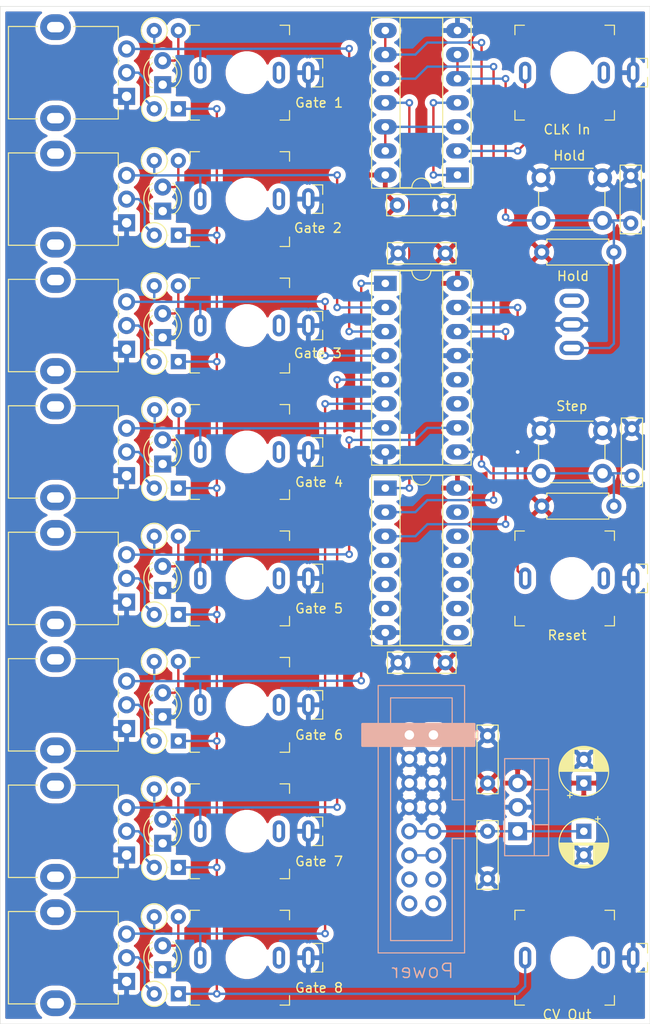
<source format=kicad_pcb>
(kicad_pcb (version 20171130) (host pcbnew "(5.1.9)-1")
  (layers (0 F.Cu signal) (31 B.Cu signal) (34 B.Paste user) (35 F.Paste user) (36 B.SilkS user) (37 F.SilkS user) (38 B.Mask user) (39 F.Mask user) (44 Edge.Cuts user))
  (net 0 "")
  (net 1 GND)
  (net 2 "Net-(C1-Pad1)")
  (net 3 "Net-(C2-Pad1)")
  (net 4 +9V)
  (net 5 "Net-(U1-Pad12)")
  (net 6 "Net-(U1-Pad11)")
  (net 7 HOLD)
  (net 8 STEP)
  (net 9 CLOCK)
  (net 10 "Net-(U2-Pad3)")
  (net 11 -12V)
  (net 12 +12V)
  (net 13 +5V)
  (net 14 "Net-(D1-Pad2)")
  (net 15 "Net-(D2-Pad2)")
  (net 16 "Net-(D3-Pad2)")
  (net 17 "Net-(D4-Pad2)")
  (net 18 "Net-(D5-Pad2)")
  (net 19 "Net-(D6-Pad2)")
  (net 20 "Net-(D7-Pad2)")
  (net 21 "Net-(D8-Pad2)")
  (net 22 RESET)
  (net 23 "Net-(J5-PadT)")
  (net 24 "Net-(J6-PadT)")
  (net 25 "Net-(J7-PadT)")
  (net 26 "Net-(J8-PadT)")
  (net 27 "Net-(J9-PadT)")
  (net 28 "Net-(J10-PadT)")
  (net 29 "Net-(J11-PadT)")
  (net 30 "Net-(J12-PadT)")
  (net 31 "Net-(D9-Pad2)")
  (net 32 "Net-(D10-Pad2)")
  (net 33 "Net-(D11-Pad2)")
  (net 34 "Net-(D12-Pad2)")
  (net 35 "Net-(D13-Pad2)")
  (net 36 "Net-(D14-Pad2)")
  (net 37 "Net-(D15-Pad2)")
  (net 38 "Net-(D16-Pad2)")
  (net 39 CV)
  (module Potentiometer_THT:Potentiometer_Alpha_RD901F-40-00D_Single_Vertical (layer F.Cu) (at 13.335 102.83 180)
    (fp_text reference RV8 hide)
    (fp_text value 500kB hide)
    (pad "" thru_hole oval (at 7.5 -2.3 270) (size 2.72 3.24) (drill oval 1.1 1.8) (layers *.Cu *.Mask))
    (pad "" thru_hole oval (at 7.5 7.3 270) (size 2.72 3.24) (drill oval 1.1 1.8) (layers *.Cu *.Mask))
    (pad 3 thru_hole circle (at 0 5 270) (size 1.8 1.8) (drill 1) (layers *.Cu *.Mask) (net 30 "Net-(J12-PadT)"))
    (pad 2 thru_hole circle (at 0 2.5 270) (size 1.8 1.8) (drill 1) (layers *.Cu *.Mask) (net 21 "Net-(D8-Pad2)"))
    (pad 1 thru_hole rect (at 0 0 270) (size 1.8 1.8) (drill 1) (layers *.Cu *.Mask) (net 1 GND))
  )
  (module Potentiometer_THT:Potentiometer_Alpha_RD901F-40-00D_Single_Vertical (layer F.Cu) (at 13.335 89.495 180)
    (fp_text reference RV7 hide)
    (fp_text value 500kB hide)
    (pad "" thru_hole oval (at 7.5 -2.3 270) (size 2.72 3.24) (drill oval 1.1 1.8) (layers *.Cu *.Mask))
    (pad "" thru_hole oval (at 7.5 7.3 270) (size 2.72 3.24) (drill oval 1.1 1.8) (layers *.Cu *.Mask))
    (pad 3 thru_hole circle (at 0 5 270) (size 1.8 1.8) (drill 1) (layers *.Cu *.Mask) (net 29 "Net-(J11-PadT)"))
    (pad 2 thru_hole circle (at 0 2.5 270) (size 1.8 1.8) (drill 1) (layers *.Cu *.Mask) (net 20 "Net-(D7-Pad2)"))
    (pad 1 thru_hole rect (at 0 0 270) (size 1.8 1.8) (drill 1) (layers *.Cu *.Mask) (net 1 GND))
  )
  (module Potentiometer_THT:Potentiometer_Alpha_RD901F-40-00D_Single_Vertical (layer F.Cu) (at 13.335 76.16 180)
    (fp_text reference RV6 hide)
    (fp_text value 500kB hide)
    (pad "" thru_hole oval (at 7.5 -2.3 270) (size 2.72 3.24) (drill oval 1.1 1.8) (layers *.Cu *.Mask))
    (pad "" thru_hole oval (at 7.5 7.3 270) (size 2.72 3.24) (drill oval 1.1 1.8) (layers *.Cu *.Mask))
    (pad 3 thru_hole circle (at 0 5 270) (size 1.8 1.8) (drill 1) (layers *.Cu *.Mask) (net 28 "Net-(J10-PadT)"))
    (pad 2 thru_hole circle (at 0 2.5 270) (size 1.8 1.8) (drill 1) (layers *.Cu *.Mask) (net 19 "Net-(D6-Pad2)"))
    (pad 1 thru_hole rect (at 0 0 270) (size 1.8 1.8) (drill 1) (layers *.Cu *.Mask) (net 1 GND))
  )
  (module Potentiometer_THT:Potentiometer_Alpha_RD901F-40-00D_Single_Vertical (layer F.Cu) (at 13.335 62.825 180)
    (fp_text reference RV5 hide)
    (fp_text value 500kB hide)
    (pad "" thru_hole oval (at 7.5 -2.3 270) (size 2.72 3.24) (drill oval 1.1 1.8) (layers *.Cu *.Mask))
    (pad "" thru_hole oval (at 7.5 7.3 270) (size 2.72 3.24) (drill oval 1.1 1.8) (layers *.Cu *.Mask))
    (pad 3 thru_hole circle (at 0 5 270) (size 1.8 1.8) (drill 1) (layers *.Cu *.Mask) (net 27 "Net-(J9-PadT)"))
    (pad 2 thru_hole circle (at 0 2.5 270) (size 1.8 1.8) (drill 1) (layers *.Cu *.Mask) (net 18 "Net-(D5-Pad2)"))
    (pad 1 thru_hole rect (at 0 0 270) (size 1.8 1.8) (drill 1) (layers *.Cu *.Mask) (net 1 GND))
  )
  (module Potentiometer_THT:Potentiometer_Alpha_RD901F-40-00D_Single_Vertical (layer F.Cu) (at 13.335 49.49 180)
    (fp_text reference RV4 hide)
    (fp_text value 500kB hide)
    (pad "" thru_hole oval (at 7.5 -2.3 270) (size 2.72 3.24) (drill oval 1.1 1.8) (layers *.Cu *.Mask))
    (pad "" thru_hole oval (at 7.5 7.3 270) (size 2.72 3.24) (drill oval 1.1 1.8) (layers *.Cu *.Mask))
    (pad 3 thru_hole circle (at 0 5 270) (size 1.8 1.8) (drill 1) (layers *.Cu *.Mask) (net 26 "Net-(J8-PadT)"))
    (pad 2 thru_hole circle (at 0 2.5 270) (size 1.8 1.8) (drill 1) (layers *.Cu *.Mask) (net 17 "Net-(D4-Pad2)"))
    (pad 1 thru_hole rect (at 0 0 270) (size 1.8 1.8) (drill 1) (layers *.Cu *.Mask) (net 1 GND))
  )
  (module Potentiometer_THT:Potentiometer_Alpha_RD901F-40-00D_Single_Vertical (layer F.Cu) (at 13.335 36.155 180)
    (fp_text reference RV3 hide)
    (fp_text value 500kB hide)
    (pad "" thru_hole oval (at 7.5 -2.3 270) (size 2.72 3.24) (drill oval 1.1 1.8) (layers *.Cu *.Mask))
    (pad "" thru_hole oval (at 7.5 7.3 270) (size 2.72 3.24) (drill oval 1.1 1.8) (layers *.Cu *.Mask))
    (pad 3 thru_hole circle (at 0 5 270) (size 1.8 1.8) (drill 1) (layers *.Cu *.Mask) (net 25 "Net-(J7-PadT)"))
    (pad 2 thru_hole circle (at 0 2.5 270) (size 1.8 1.8) (drill 1) (layers *.Cu *.Mask) (net 16 "Net-(D3-Pad2)"))
    (pad 1 thru_hole rect (at 0 0 270) (size 1.8 1.8) (drill 1) (layers *.Cu *.Mask) (net 1 GND))
  )
  (module Potentiometer_THT:Potentiometer_Alpha_RD901F-40-00D_Single_Vertical (layer F.Cu) (at 13.335 22.82 180)
    (fp_text reference RV2 hide)
    (fp_text value 500kB hide)
    (pad "" thru_hole oval (at 7.5 -2.3 270) (size 2.72 3.24) (drill oval 1.1 1.8) (layers *.Cu *.Mask))
    (pad "" thru_hole oval (at 7.5 7.3 270) (size 2.72 3.24) (drill oval 1.1 1.8) (layers *.Cu *.Mask))
    (pad 3 thru_hole circle (at 0 5 270) (size 1.8 1.8) (drill 1) (layers *.Cu *.Mask) (net 24 "Net-(J6-PadT)"))
    (pad 2 thru_hole circle (at 0 2.5 270) (size 1.8 1.8) (drill 1) (layers *.Cu *.Mask) (net 15 "Net-(D2-Pad2)"))
    (pad 1 thru_hole rect (at 0 0 270) (size 1.8 1.8) (drill 1) (layers *.Cu *.Mask) (net 1 GND))
  )
  (module Potentiometer_THT:Potentiometer_Alpha_RD901F-40-00D_Single_Vertical (layer F.Cu) (at 13.335 9.485 180)
    (fp_text reference RV1 hide)
    (fp_text value 500kB)
    (pad "" thru_hole oval (at 7.5 -2.3 270) (size 2.72 3.24) (drill oval 1.1 1.8) (layers *.Cu *.Mask))
    (pad "" thru_hole oval (at 7.5 7.3 270) (size 2.72 3.24) (drill oval 1.1 1.8) (layers *.Cu *.Mask))
    (pad 3 thru_hole circle (at 0 5 270) (size 1.8 1.8) (drill 1) (layers *.Cu *.Mask) (net 23 "Net-(J5-PadT)"))
    (pad 2 thru_hole circle (at 0 2.5 270) (size 1.8 1.8) (drill 1) (layers *.Cu *.Mask) (net 14 "Net-(D1-Pad2)"))
    (pad 1 thru_hole rect (at 0 0 270) (size 1.8 1.8) (drill 1) (layers *.Cu *.Mask) (net 1 GND))
  )
  (module Connector_Audio_PJSeries:PJ-301-M-12 (layer F.Cu) (at 26.035 6.985 90)
    (fp_text reference J5 hide)
    (fp_text value "Gate 1" (at -3.175 7.62) (layer F.SilkS))
    (pad T thru_hole oval (at 0 -4.92 90) (size 2.3 1.3) (drill oval 1.5 0.5) (layers *.Cu *.Mask) (net 23 "Net-(J5-PadT)"))
    (pad TN thru_hole oval (at 0 3.38 90) (size 2.3 1.3) (drill oval 1.5 0.5) (layers *.Cu *.Mask))
    (pad S thru_hole oval (at 0 6.48 90) (size 2.3 1.3) (drill oval 1.5 0.5) (layers *.Cu *.Mask) (net 1 GND))
    (pad "" np_thru_hole circle (at 0 0 90) (size 3.5 3.5) (drill 3.5) (layers *.Cu *.Mask))
  )
  (module Connector_Audio_PJSeries:PJ-301-M-12 (layer F.Cu) (at 26.035 100.33 90)
    (fp_text reference J12 hide)
    (fp_text value "Gate 8" (at -3.175 7.62) (layer F.SilkS))
    (pad T thru_hole oval (at 0 -4.92 90) (size 2.3 1.3) (drill oval 1.5 0.5) (layers *.Cu *.Mask) (net 30 "Net-(J12-PadT)"))
    (pad TN thru_hole oval (at 0 3.38 90) (size 2.3 1.3) (drill oval 1.5 0.5) (layers *.Cu *.Mask))
    (pad S thru_hole oval (at 0 6.48 90) (size 2.3 1.3) (drill oval 1.5 0.5) (layers *.Cu *.Mask) (net 1 GND))
    (pad "" np_thru_hole circle (at 0 0 90) (size 3.5 3.5) (drill 3.5) (layers *.Cu *.Mask))
  )
  (module Connector_Audio_PJSeries:PJ-301-M-12 (layer F.Cu) (at 26.035 86.995 90)
    (fp_text reference J11 hide)
    (fp_text value "Gate 7" (at -3.175 7.62) (layer F.SilkS))
    (pad T thru_hole oval (at 0 -4.92 90) (size 2.3 1.3) (drill oval 1.5 0.5) (layers *.Cu *.Mask) (net 29 "Net-(J11-PadT)"))
    (pad TN thru_hole oval (at 0 3.38 90) (size 2.3 1.3) (drill oval 1.5 0.5) (layers *.Cu *.Mask))
    (pad S thru_hole oval (at 0 6.48 90) (size 2.3 1.3) (drill oval 1.5 0.5) (layers *.Cu *.Mask) (net 1 GND))
    (pad "" np_thru_hole circle (at 0 0 90) (size 3.5 3.5) (drill 3.5) (layers *.Cu *.Mask))
  )
  (module Connector_Audio_PJSeries:PJ-301-M-12 (layer F.Cu) (at 26.035 73.66 90)
    (fp_text reference J10 hide)
    (fp_text value "Gate 6" (at -3.175 7.62) (layer F.SilkS))
    (pad T thru_hole oval (at 0 -4.92 90) (size 2.3 1.3) (drill oval 1.5 0.5) (layers *.Cu *.Mask) (net 28 "Net-(J10-PadT)"))
    (pad TN thru_hole oval (at 0 3.38 90) (size 2.3 1.3) (drill oval 1.5 0.5) (layers *.Cu *.Mask))
    (pad S thru_hole oval (at 0 6.48 90) (size 2.3 1.3) (drill oval 1.5 0.5) (layers *.Cu *.Mask) (net 1 GND))
    (pad "" np_thru_hole circle (at 0 0 90) (size 3.5 3.5) (drill 3.5) (layers *.Cu *.Mask))
  )
  (module Connector_Audio_PJSeries:PJ-301-M-12 (layer F.Cu) (at 26.035 60.325 90)
    (fp_text reference J9 hide)
    (fp_text value "Gate 5" (at -3.175 7.62) (layer F.SilkS))
    (pad T thru_hole oval (at 0 -4.92 90) (size 2.3 1.3) (drill oval 1.5 0.5) (layers *.Cu *.Mask) (net 27 "Net-(J9-PadT)"))
    (pad TN thru_hole oval (at 0 3.38 90) (size 2.3 1.3) (drill oval 1.5 0.5) (layers *.Cu *.Mask))
    (pad S thru_hole oval (at 0 6.48 90) (size 2.3 1.3) (drill oval 1.5 0.5) (layers *.Cu *.Mask) (net 1 GND))
    (pad "" np_thru_hole circle (at 0 0 90) (size 3.5 3.5) (drill 3.5) (layers *.Cu *.Mask))
  )
  (module Connector_Audio_PJSeries:PJ-301-M-12 (layer F.Cu) (at 26.035 46.99 90)
    (fp_text reference J8 hide)
    (fp_text value "Gate 4" (at -3.175 7.62) (layer F.SilkS))
    (pad T thru_hole oval (at 0 -4.92 90) (size 2.3 1.3) (drill oval 1.5 0.5) (layers *.Cu *.Mask) (net 26 "Net-(J8-PadT)"))
    (pad TN thru_hole oval (at 0 3.38 90) (size 2.3 1.3) (drill oval 1.5 0.5) (layers *.Cu *.Mask))
    (pad S thru_hole oval (at 0 6.48 90) (size 2.3 1.3) (drill oval 1.5 0.5) (layers *.Cu *.Mask) (net 1 GND))
    (pad "" np_thru_hole circle (at 0 0 90) (size 3.5 3.5) (drill 3.5) (layers *.Cu *.Mask))
  )
  (module Connector_Audio_PJSeries:PJ-301-M-12 (layer F.Cu) (at 26.035 33.655 90)
    (fp_text reference J7 hide)
    (fp_text value "Gate 3" (at -2.921 7.493) (layer F.SilkS))
    (pad T thru_hole oval (at 0 -4.92 90) (size 2.3 1.3) (drill oval 1.5 0.5) (layers *.Cu *.Mask) (net 25 "Net-(J7-PadT)"))
    (pad TN thru_hole oval (at 0 3.38 90) (size 2.3 1.3) (drill oval 1.5 0.5) (layers *.Cu *.Mask))
    (pad S thru_hole oval (at 0 6.48 90) (size 2.3 1.3) (drill oval 1.5 0.5) (layers *.Cu *.Mask) (net 1 GND))
    (pad "" np_thru_hole circle (at 0 0 90) (size 3.5 3.5) (drill 3.5) (layers *.Cu *.Mask))
  )
  (module Connector_Audio_PJSeries:PJ-301-M-12 (layer F.Cu) (at 26.035 20.32 90)
    (fp_text reference J6 hide)
    (fp_text value "Gate 2" (at -3.048 7.493) (layer F.SilkS))
    (pad T thru_hole oval (at 0 -4.92 90) (size 2.3 1.3) (drill oval 1.5 0.5) (layers *.Cu *.Mask) (net 24 "Net-(J6-PadT)"))
    (pad TN thru_hole oval (at 0 3.38 90) (size 2.3 1.3) (drill oval 1.5 0.5) (layers *.Cu *.Mask))
    (pad S thru_hole oval (at 0 6.48 90) (size 2.3 1.3) (drill oval 1.5 0.5) (layers *.Cu *.Mask) (net 1 GND))
    (pad "" np_thru_hole circle (at 0 0 90) (size 3.5 3.5) (drill 3.5) (layers *.Cu *.Mask))
  )
  (module Connector_Audio_PJSeries:PJ-301-M-12 (layer F.Cu) (at 60.325 60.325 90)
    (fp_text reference J4 hide)
    (fp_text value Reset (at -6 -0.5) (layer F.SilkS))
    (pad T thru_hole oval (at 0 -4.92 90) (size 2.3 1.3) (drill oval 1.5 0.5) (layers *.Cu *.Mask) (net 22 RESET))
    (pad TN thru_hole oval (at 0 3.38 90) (size 2.3 1.3) (drill oval 1.5 0.5) (layers *.Cu *.Mask))
    (pad S thru_hole oval (at 0 6.48 90) (size 2.3 1.3) (drill oval 1.5 0.5) (layers *.Cu *.Mask) (net 1 GND))
    (pad "" np_thru_hole circle (at 0 0 90) (size 3.5 3.5) (drill 3.5) (layers *.Cu *.Mask))
  )
  (module Connector_Audio_PJSeries:PJ-301-M-12 (layer F.Cu) (at 60.325 6.985 90)
    (fp_text reference J3 hide)
    (fp_text value "CLK In" (at -6 -0.5) (layer F.SilkS))
    (pad T thru_hole oval (at 0 -4.92 90) (size 2.3 1.3) (drill oval 1.5 0.5) (layers *.Cu *.Mask) (net 9 CLOCK))
    (pad TN thru_hole oval (at 0 3.38 90) (size 2.3 1.3) (drill oval 1.5 0.5) (layers *.Cu *.Mask))
    (pad S thru_hole oval (at 0 6.48 90) (size 2.3 1.3) (drill oval 1.5 0.5) (layers *.Cu *.Mask) (net 1 GND))
    (pad "" np_thru_hole circle (at 0 0 90) (size 3.5 3.5) (drill 3.5) (layers *.Cu *.Mask))
  )
  (module Connector_Audio_PJSeries:PJ-301-M-12 (layer F.Cu) (at 60.325 100.33 90)
    (fp_text reference J2 hide)
    (fp_text value "CV Out" (at -6 -0.5) (layer F.SilkS))
    (pad T thru_hole oval (at 0 -4.92 90) (size 2.3 1.3) (drill oval 1.5 0.5) (layers *.Cu *.Mask) (net 39 CV))
    (pad TN thru_hole oval (at 0 3.38 90) (size 2.3 1.3) (drill oval 1.5 0.5) (layers *.Cu *.Mask))
    (pad S thru_hole oval (at 0 6.48 90) (size 2.3 1.3) (drill oval 1.5 0.5) (layers *.Cu *.Mask) (net 1 GND))
    (pad "" np_thru_hole circle (at 0 0 90) (size 3.5 3.5) (drill 3.5) (layers *.Cu *.Mask))
  )
  (module Diode_THT:D_DO-35_SOD27_P2.54mm_Vertical_KathodeUp (layer F.Cu) (at 18.796 104.14 180)
    (fp_text reference D8 hide)
    (fp_text value 1N4148 hide)
    (pad 2 thru_hole oval (at 2.54 0 180) (size 1.6 1.6) (drill 0.8) (layers *.Cu *.Mask) (net 21 "Net-(D8-Pad2)"))
    (pad 1 thru_hole rect (at 0 0 180) (size 1.6 1.6) (drill 0.8) (layers *.Cu *.Mask) (net 39 CV))
  )
  (module Diode_THT:D_DO-35_SOD27_P2.54mm_Vertical_KathodeUp (layer F.Cu) (at 18.796 90.805 180)
    (fp_text reference D7 hide)
    (fp_text value 1N4148 hide)
    (pad 2 thru_hole oval (at 2.54 0 180) (size 1.6 1.6) (drill 0.8) (layers *.Cu *.Mask) (net 20 "Net-(D7-Pad2)"))
    (pad 1 thru_hole rect (at 0 0 180) (size 1.6 1.6) (drill 0.8) (layers *.Cu *.Mask) (net 39 CV))
  )
  (module Diode_THT:D_DO-35_SOD27_P2.54mm_Vertical_KathodeUp (layer F.Cu) (at 18.796 77.47 180)
    (fp_text reference D6 hide)
    (fp_text value 1N4148 hide)
    (pad 2 thru_hole oval (at 2.54 0 180) (size 1.6 1.6) (drill 0.8) (layers *.Cu *.Mask) (net 19 "Net-(D6-Pad2)"))
    (pad 1 thru_hole rect (at 0 0 180) (size 1.6 1.6) (drill 0.8) (layers *.Cu *.Mask) (net 39 CV))
  )
  (module Diode_THT:D_DO-35_SOD27_P2.54mm_Vertical_KathodeUp (layer F.Cu) (at 18.796 64.135 180)
    (fp_text reference D5 hide)
    (fp_text value 1N4148 hide)
    (pad 2 thru_hole oval (at 2.54 0 180) (size 1.6 1.6) (drill 0.8) (layers *.Cu *.Mask) (net 18 "Net-(D5-Pad2)"))
    (pad 1 thru_hole rect (at 0 0 180) (size 1.6 1.6) (drill 0.8) (layers *.Cu *.Mask) (net 39 CV))
  )
  (module Diode_THT:D_DO-35_SOD27_P2.54mm_Vertical_KathodeUp (layer F.Cu) (at 18.796 50.8 180)
    (fp_text reference D4 hide)
    (fp_text value 1N4148 hide)
    (pad 2 thru_hole oval (at 2.54 0 180) (size 1.6 1.6) (drill 0.8) (layers *.Cu *.Mask) (net 17 "Net-(D4-Pad2)"))
    (pad 1 thru_hole rect (at 0 0 180) (size 1.6 1.6) (drill 0.8) (layers *.Cu *.Mask) (net 39 CV))
  )
  (module Diode_THT:D_DO-35_SOD27_P2.54mm_Vertical_KathodeUp (layer F.Cu) (at 18.796 37.465 180)
    (fp_text reference D3 hide)
    (fp_text value 1N4148 hide)
    (pad 2 thru_hole oval (at 2.54 0 180) (size 1.6 1.6) (drill 0.8) (layers *.Cu *.Mask) (net 16 "Net-(D3-Pad2)"))
    (pad 1 thru_hole rect (at 0 0 180) (size 1.6 1.6) (drill 0.8) (layers *.Cu *.Mask) (net 39 CV))
  )
  (module Diode_THT:D_DO-35_SOD27_P2.54mm_Vertical_KathodeUp (layer F.Cu) (at 18.796 24.13 180)
    (fp_text reference D2 hide)
    (fp_text value 1N4148 hide)
    (pad 2 thru_hole oval (at 2.54 0 180) (size 1.6 1.6) (drill 0.8) (layers *.Cu *.Mask) (net 15 "Net-(D2-Pad2)"))
    (pad 1 thru_hole rect (at 0 0 180) (size 1.6 1.6) (drill 0.8) (layers *.Cu *.Mask) (net 39 CV))
  )
  (module Diode_THT:D_DO-35_SOD27_P2.54mm_Vertical_KathodeUp (layer F.Cu) (at 18.796 10.795 180)
    (fp_text reference D1 hide)
    (fp_text value 1N4148 hide)
    (pad 2 thru_hole oval (at 2.54 0 180) (size 1.6 1.6) (drill 0.8) (layers *.Cu *.Mask) (net 14 "Net-(D1-Pad2)"))
    (pad 1 thru_hole rect (at 0 0 180) (size 1.6 1.6) (drill 0.8) (layers *.Cu *.Mask) (net 39 CV))
  )
  (module Resistor_THT:R_Axial_DIN0207_L6.3mm_D2.5mm_P2.54mm_Vertical (layer F.Cu) (at 16.256 96.012)
    (fp_text reference R10 hide)
    (fp_text value 120R hide)
    (pad 2 thru_hole oval (at 2.54 0) (size 1.6 1.6) (drill 0.8) (layers *.Cu *.Mask) (net 38 "Net-(D16-Pad2)"))
    (pad 1 thru_hole circle (at 0 0) (size 1.6 1.6) (drill 0.8) (layers *.Cu *.Mask) (net 30 "Net-(J12-PadT)"))
  )
  (module Resistor_THT:R_Axial_DIN0207_L6.3mm_D2.5mm_P2.54mm_Vertical (layer F.Cu) (at 16.256 82.55)
    (fp_text reference R9 hide)
    (fp_text value 120R hide)
    (pad 2 thru_hole oval (at 2.54 0) (size 1.6 1.6) (drill 0.8) (layers *.Cu *.Mask) (net 37 "Net-(D15-Pad2)"))
    (pad 1 thru_hole circle (at 0 0) (size 1.6 1.6) (drill 0.8) (layers *.Cu *.Mask) (net 29 "Net-(J11-PadT)"))
  )
  (module Resistor_THT:R_Axial_DIN0207_L6.3mm_D2.5mm_P2.54mm_Vertical (layer F.Cu) (at 16.256 69.088)
    (fp_text reference R8 hide)
    (fp_text value 120R hide)
    (pad 2 thru_hole oval (at 2.54 0) (size 1.6 1.6) (drill 0.8) (layers *.Cu *.Mask) (net 36 "Net-(D14-Pad2)"))
    (pad 1 thru_hole circle (at 0 0) (size 1.6 1.6) (drill 0.8) (layers *.Cu *.Mask) (net 28 "Net-(J10-PadT)"))
  )
  (module Resistor_THT:R_Axial_DIN0207_L6.3mm_D2.5mm_P2.54mm_Vertical (layer F.Cu) (at 16.256 55.88)
    (fp_text reference R7 hide)
    (fp_text value 120R hide)
    (pad 2 thru_hole oval (at 2.54 0) (size 1.6 1.6) (drill 0.8) (layers *.Cu *.Mask) (net 35 "Net-(D13-Pad2)"))
    (pad 1 thru_hole circle (at 0 0) (size 1.6 1.6) (drill 0.8) (layers *.Cu *.Mask) (net 27 "Net-(J9-PadT)"))
  )
  (module Resistor_THT:R_Axial_DIN0207_L6.3mm_D2.5mm_P2.54mm_Vertical (layer F.Cu) (at 16.3 42.545)
    (fp_text reference R6 hide)
    (fp_text value 120R hide)
    (pad 2 thru_hole oval (at 2.54 0) (size 1.6 1.6) (drill 0.8) (layers *.Cu *.Mask) (net 34 "Net-(D12-Pad2)"))
    (pad 1 thru_hole circle (at 0 0) (size 1.6 1.6) (drill 0.8) (layers *.Cu *.Mask) (net 26 "Net-(J8-PadT)"))
  )
  (module Resistor_THT:R_Axial_DIN0207_L6.3mm_D2.5mm_P2.54mm_Vertical (layer F.Cu) (at 16.256 29.464)
    (fp_text reference R5 hide)
    (fp_text value 120R hide)
    (pad 2 thru_hole oval (at 2.54 0) (size 1.6 1.6) (drill 0.8) (layers *.Cu *.Mask) (net 33 "Net-(D11-Pad2)"))
    (pad 1 thru_hole circle (at 0 0) (size 1.6 1.6) (drill 0.8) (layers *.Cu *.Mask) (net 25 "Net-(J7-PadT)"))
  )
  (module Resistor_THT:R_Axial_DIN0207_L6.3mm_D2.5mm_P2.54mm_Vertical (layer F.Cu) (at 16.256 16.256)
    (fp_text reference R4 hide)
    (fp_text value 120R hide)
    (pad 2 thru_hole oval (at 2.54 0) (size 1.6 1.6) (drill 0.8) (layers *.Cu *.Mask) (net 32 "Net-(D10-Pad2)"))
    (pad 1 thru_hole circle (at 0 0) (size 1.6 1.6) (drill 0.8) (layers *.Cu *.Mask) (net 24 "Net-(J6-PadT)"))
  )
  (module Resistor_THT:R_Axial_DIN0207_L6.3mm_D2.5mm_P2.54mm_Vertical (layer F.Cu) (at 16.256 2.54)
    (fp_text reference R3 hide)
    (fp_text value 120R hide)
    (pad 2 thru_hole oval (at 2.54 0) (size 1.6 1.6) (drill 0.8) (layers *.Cu *.Mask) (net 31 "Net-(D9-Pad2)"))
    (pad 1 thru_hole circle (at 0 0) (size 1.6 1.6) (drill 0.8) (layers *.Cu *.Mask) (net 23 "Net-(J5-PadT)"))
  )
  (module Connector_IDC:IDC-Header_2x08_P2.54mm_Vertical (layer B.Cu) (at 45.72 76.835 180)
    (fp_text reference J1)
    (fp_text value Power (at 1.143 -24.892) (layer B.SilkS) (effects (font (size 1.5 1.5)) (justify mirror)))
    (pad 16 thru_hole circle (at 2.54 -17.78 180) (size 1.7 1.7) (drill 1) (layers *.Cu *.Mask))
    (pad 14 thru_hole circle (at 2.54 -15.24 180) (size 1.7 1.7) (drill 1) (layers *.Cu *.Mask))
    (pad 12 thru_hole circle (at 2.54 -12.7 180) (size 1.7 1.7) (drill 1) (layers *.Cu *.Mask) (net 13 +5V))
    (pad 10 thru_hole circle (at 2.54 -10.16 180) (size 1.7 1.7) (drill 1) (layers *.Cu *.Mask) (net 12 +12V))
    (pad 8 thru_hole circle (at 2.54 -7.62 180) (size 1.7 1.7) (drill 1) (layers *.Cu *.Mask) (net 1 GND))
    (pad 6 thru_hole circle (at 2.54 -5.08 180) (size 1.7 1.7) (drill 1) (layers *.Cu *.Mask) (net 1 GND))
    (pad 4 thru_hole circle (at 2.54 -2.54 180) (size 1.7 1.7) (drill 1) (layers *.Cu *.Mask) (net 1 GND))
    (pad 2 thru_hole circle (at 2.54 0 180) (size 1.7 1.7) (drill 1) (layers *.Cu *.Mask) (net 11 -12V))
    (pad 15 thru_hole circle (at 0 -17.78 180) (size 1.7 1.7) (drill 1) (layers *.Cu *.Mask))
    (pad 13 thru_hole circle (at 0 -15.24 180) (size 1.7 1.7) (drill 1) (layers *.Cu *.Mask))
    (pad 11 thru_hole circle (at 0 -12.7 180) (size 1.7 1.7) (drill 1) (layers *.Cu *.Mask) (net 13 +5V))
    (pad 9 thru_hole circle (at 0 -10.16 180) (size 1.7 1.7) (drill 1) (layers *.Cu *.Mask) (net 12 +12V))
    (pad 7 thru_hole circle (at 0 -7.62 180) (size 1.7 1.7) (drill 1) (layers *.Cu *.Mask) (net 1 GND))
    (pad 5 thru_hole circle (at 0 -5.08 180) (size 1.7 1.7) (drill 1) (layers *.Cu *.Mask) (net 1 GND))
    (pad 3 thru_hole circle (at 0 -2.54 180) (size 1.7 1.7) (drill 1) (layers *.Cu *.Mask) (net 1 GND))
    (pad 1 thru_hole roundrect (at 0 0 180) (size 1.7 1.7) (drill 1) (layers *.Cu *.Mask) (roundrect_rratio 0.1470588235294118) (net 11 -12V))
  )
  (module Capacitor_THT:CP_Radial_D5.0mm_P2.50mm (layer F.Cu) (at 61.595 81.915 90)
    (fp_text reference C9)
    (fp_text value 10µF/50V hide)
    (pad 2 thru_hole circle (at 2.5 0 90) (size 1.6 1.6) (drill 0.8) (layers *.Cu *.Mask) (net 1 GND))
    (pad 1 thru_hole rect (at 0 0 90) (size 1.6 1.6) (drill 0.8) (layers *.Cu *.Mask) (net 4 +9V))
  )
  (module Capacitor_THT:CP_Radial_D5.0mm_P2.50mm (layer F.Cu) (at 61.595 86.995 270)
    (fp_text reference C8)
    (fp_text value 10µF/50V hide)
    (pad 2 thru_hole circle (at 2.5 0 270) (size 1.6 1.6) (drill 0.8) (layers *.Cu *.Mask) (net 1 GND))
    (pad 1 thru_hole rect (at 0 0 270) (size 1.6 1.6) (drill 0.8) (layers *.Cu *.Mask) (net 12 +12V))
  )
  (module Package_DIP:DIP-16_W7.62mm_Socket_LongPads (layer F.Cu) (at 40.64 29.21)
    (fp_text reference U3)
    (fp_text value 4017 hide)
    (pad 16 thru_hole oval (at 7.62 0) (size 2.4 1.6) (drill 0.8) (layers *.Cu *.Mask) (net 4 +9V))
    (pad 8 thru_hole oval (at 0 17.78) (size 2.4 1.6) (drill 0.8) (layers *.Cu *.Mask) (net 1 GND))
    (pad 15 thru_hole oval (at 7.62 2.54) (size 2.4 1.6) (drill 0.8) (layers *.Cu *.Mask) (net 22 RESET))
    (pad 7 thru_hole oval (at 0 15.24) (size 2.4 1.6) (drill 0.8) (layers *.Cu *.Mask) (net 26 "Net-(J8-PadT)"))
    (pad 14 thru_hole oval (at 7.62 5.08) (size 2.4 1.6) (drill 0.8) (layers *.Cu *.Mask) (net 10 "Net-(U2-Pad3)"))
    (pad 6 thru_hole oval (at 0 12.7) (size 2.4 1.6) (drill 0.8) (layers *.Cu *.Mask) (net 30 "Net-(J12-PadT)"))
    (pad 13 thru_hole oval (at 7.62 7.62) (size 2.4 1.6) (drill 0.8) (layers *.Cu *.Mask) (net 1 GND))
    (pad 5 thru_hole oval (at 0 10.16) (size 2.4 1.6) (drill 0.8) (layers *.Cu *.Mask) (net 29 "Net-(J11-PadT)"))
    (pad 12 thru_hole oval (at 7.62 10.16) (size 2.4 1.6) (drill 0.8) (layers *.Cu *.Mask))
    (pad 4 thru_hole oval (at 0 7.62) (size 2.4 1.6) (drill 0.8) (layers *.Cu *.Mask) (net 25 "Net-(J7-PadT)"))
    (pad 11 thru_hole oval (at 7.62 12.7) (size 2.4 1.6) (drill 0.8) (layers *.Cu *.Mask))
    (pad 3 thru_hole oval (at 0 5.08) (size 2.4 1.6) (drill 0.8) (layers *.Cu *.Mask) (net 23 "Net-(J5-PadT)"))
    (pad 10 thru_hole oval (at 7.62 15.24) (size 2.4 1.6) (drill 0.8) (layers *.Cu *.Mask) (net 27 "Net-(J9-PadT)"))
    (pad 2 thru_hole oval (at 0 2.54) (size 2.4 1.6) (drill 0.8) (layers *.Cu *.Mask) (net 24 "Net-(J6-PadT)"))
    (pad 9 thru_hole oval (at 7.62 17.78) (size 2.4 1.6) (drill 0.8) (layers *.Cu *.Mask) (net 22 RESET))
    (pad 1 thru_hole rect (at 0 0) (size 2.4 1.6) (drill 0.8) (layers *.Cu *.Mask) (net 28 "Net-(J10-PadT)"))
  )
  (module Capacitor_THT:C_Rect_L7.0mm_W2.0mm_P5.00mm (layer F.Cu) (at 46.99 26.035 180)
    (fp_text reference C7)
    (fp_text value 100nF hide)
    (pad 2 thru_hole circle (at 5 0 180) (size 1.6 1.6) (drill 0.8) (layers *.Cu *.Mask) (net 1 GND))
    (pad 1 thru_hole circle (at 0 0 180) (size 1.6 1.6) (drill 0.8) (layers *.Cu *.Mask) (net 4 +9V))
  )
  (module Capacitor_THT:C_Rect_L7.0mm_W2.0mm_P5.00mm (layer F.Cu) (at 46.99 69.215 180)
    (fp_text reference C6)
    (fp_text value 100nF hide)
    (pad 2 thru_hole circle (at 5 0 180) (size 1.6 1.6) (drill 0.8) (layers *.Cu *.Mask) (net 1 GND))
    (pad 1 thru_hole circle (at 0 0 180) (size 1.6 1.6) (drill 0.8) (layers *.Cu *.Mask) (net 4 +9V))
  )
  (module Capacitor_THT:C_Rect_L7.0mm_W2.0mm_P5.00mm (layer F.Cu) (at 41.91 20.955)
    (fp_text reference C5)
    (fp_text value 100nF hide)
    (pad 2 thru_hole circle (at 5 0) (size 1.6 1.6) (drill 0.8) (layers *.Cu *.Mask) (net 1 GND))
    (pad 1 thru_hole circle (at 0 0) (size 1.6 1.6) (drill 0.8) (layers *.Cu *.Mask) (net 4 +9V))
  )
  (module Package_TO_SOT_THT:TO-220-3_Vertical (layer B.Cu) (at 54.61 86.995 90)
    (fp_text reference U4)
    (fp_text value LM7809_TO220 hide)
    (pad 3 thru_hole oval (at 5.08 0 90) (size 1.905 2) (drill 1.1) (layers *.Cu *.Mask) (net 4 +9V))
    (pad 2 thru_hole oval (at 2.54 0 90) (size 1.905 2) (drill 1.1) (layers *.Cu *.Mask) (net 1 GND))
    (pad 1 thru_hole rect (at 0 0 90) (size 1.905 2) (drill 1.1) (layers *.Cu *.Mask) (net 12 +12V))
  )
  (module Capacitor_THT:C_Rect_L7.0mm_W2.0mm_P5.00mm (layer F.Cu) (at 51.435 81.915 90)
    (fp_text reference C4)
    (fp_text value 100nF hide)
    (pad 2 thru_hole circle (at 5 0 90) (size 1.6 1.6) (drill 0.8) (layers *.Cu *.Mask) (net 1 GND))
    (pad 1 thru_hole circle (at 0 0 90) (size 1.6 1.6) (drill 0.8) (layers *.Cu *.Mask) (net 4 +9V))
  )
  (module Capacitor_THT:C_Rect_L7.0mm_W2.0mm_P5.00mm (layer F.Cu) (at 51.435 86.995 270)
    (fp_text reference C3)
    (fp_text value 100nF hide)
    (pad 2 thru_hole circle (at 5 0 270) (size 1.6 1.6) (drill 0.8) (layers *.Cu *.Mask) (net 1 GND))
    (pad 1 thru_hole circle (at 0 0 270) (size 1.6 1.6) (drill 0.8) (layers *.Cu *.Mask) (net 12 +12V))
  )
  (module LED_THT:LED_D3.0mm (layer F.Cu) (at 17.145 101.6 90)
    (fp_text reference D16)
    (fp_text value LED hide)
    (pad 2 thru_hole circle (at 2.54 0 90) (size 1.8 1.8) (drill 0.9) (layers *.Cu *.Mask) (net 38 "Net-(D16-Pad2)"))
    (pad 1 thru_hole rect (at 0 0 90) (size 1.8 1.8) (drill 0.9) (layers *.Cu *.Mask) (net 1 GND))
  )
  (module LED_THT:LED_D3.0mm (layer F.Cu) (at 17.145 88.265 90)
    (fp_text reference D15)
    (fp_text value LED hide)
    (pad 2 thru_hole circle (at 2.54 0 90) (size 1.8 1.8) (drill 0.9) (layers *.Cu *.Mask) (net 37 "Net-(D15-Pad2)"))
    (pad 1 thru_hole rect (at 0 0 90) (size 1.8 1.8) (drill 0.9) (layers *.Cu *.Mask) (net 1 GND))
  )
  (module LED_THT:LED_D3.0mm (layer F.Cu) (at 17.145 74.93 90)
    (fp_text reference D14)
    (fp_text value LED hide)
    (pad 2 thru_hole circle (at 2.54 0 90) (size 1.8 1.8) (drill 0.9) (layers *.Cu *.Mask) (net 36 "Net-(D14-Pad2)"))
    (pad 1 thru_hole rect (at 0 0 90) (size 1.8 1.8) (drill 0.9) (layers *.Cu *.Mask) (net 1 GND))
  )
  (module LED_THT:LED_D3.0mm (layer F.Cu) (at 17.145 61.595 90)
    (fp_text reference D13)
    (fp_text value LED hide)
    (pad 2 thru_hole circle (at 2.54 0 90) (size 1.8 1.8) (drill 0.9) (layers *.Cu *.Mask) (net 35 "Net-(D13-Pad2)"))
    (pad 1 thru_hole rect (at 0 0 90) (size 1.8 1.8) (drill 0.9) (layers *.Cu *.Mask) (net 1 GND))
  )
  (module LED_THT:LED_D3.0mm (layer F.Cu) (at 17.145 48.26 90)
    (fp_text reference D12)
    (fp_text value LED hide)
    (pad 2 thru_hole circle (at 2.54 0 90) (size 1.8 1.8) (drill 0.9) (layers *.Cu *.Mask) (net 34 "Net-(D12-Pad2)"))
    (pad 1 thru_hole rect (at 0 0 90) (size 1.8 1.8) (drill 0.9) (layers *.Cu *.Mask) (net 1 GND))
  )
  (module LED_THT:LED_D3.0mm (layer F.Cu) (at 17.145 34.925 90)
    (fp_text reference D11)
    (fp_text value LED hide)
    (pad 2 thru_hole circle (at 2.54 0 90) (size 1.8 1.8) (drill 0.9) (layers *.Cu *.Mask) (net 33 "Net-(D11-Pad2)"))
    (pad 1 thru_hole rect (at 0 0 90) (size 1.8 1.8) (drill 0.9) (layers *.Cu *.Mask) (net 1 GND))
  )
  (module LED_THT:LED_D3.0mm (layer F.Cu) (at 17.145 21.59 90)
    (fp_text reference D10)
    (fp_text value LED hide)
    (pad 2 thru_hole circle (at 2.54 0 90) (size 1.8 1.8) (drill 0.9) (layers *.Cu *.Mask) (net 32 "Net-(D10-Pad2)"))
    (pad 1 thru_hole rect (at 0 0 90) (size 1.8 1.8) (drill 0.9) (layers *.Cu *.Mask) (net 1 GND))
  )
  (module LED_THT:LED_D3.0mm (layer F.Cu) (at 17.145 8.255 90)
    (fp_text reference D9)
    (fp_text value LED hide)
    (pad 2 thru_hole circle (at 2.54 0 90) (size 1.8 1.8) (drill 0.9) (layers *.Cu *.Mask) (net 31 "Net-(D9-Pad2)"))
    (pad 1 thru_hole rect (at 0 0 90) (size 1.8 1.8) (drill 0.9) (layers *.Cu *.Mask) (net 1 GND))
  )
  (module Package_DIP:DIP-14_W7.62mm_Socket_LongPads (layer F.Cu) (at 40.64 50.8)
    (fp_text reference U2)
    (fp_text value 4030 hide)
    (pad 14 thru_hole oval (at 7.62 0) (size 2.4 1.6) (drill 0.8) (layers *.Cu *.Mask) (net 4 +9V))
    (pad 7 thru_hole oval (at 0 15.24) (size 2.4 1.6) (drill 0.8) (layers *.Cu *.Mask) (net 1 GND))
    (pad 13 thru_hole oval (at 7.62 2.54) (size 2.4 1.6) (drill 0.8) (layers *.Cu *.Mask))
    (pad 6 thru_hole oval (at 0 12.7) (size 2.4 1.6) (drill 0.8) (layers *.Cu *.Mask))
    (pad 12 thru_hole oval (at 7.62 5.08) (size 2.4 1.6) (drill 0.8) (layers *.Cu *.Mask))
    (pad 5 thru_hole oval (at 0 10.16) (size 2.4 1.6) (drill 0.8) (layers *.Cu *.Mask))
    (pad 11 thru_hole oval (at 7.62 7.62) (size 2.4 1.6) (drill 0.8) (layers *.Cu *.Mask))
    (pad 4 thru_hole oval (at 0 7.62) (size 2.4 1.6) (drill 0.8) (layers *.Cu *.Mask))
    (pad 10 thru_hole oval (at 7.62 10.16) (size 2.4 1.6) (drill 0.8) (layers *.Cu *.Mask))
    (pad 3 thru_hole oval (at 0 5.08) (size 2.4 1.6) (drill 0.8) (layers *.Cu *.Mask) (net 10 "Net-(U2-Pad3)"))
    (pad 9 thru_hole oval (at 7.62 12.7) (size 2.4 1.6) (drill 0.8) (layers *.Cu *.Mask))
    (pad 2 thru_hole oval (at 0 2.54) (size 2.4 1.6) (drill 0.8) (layers *.Cu *.Mask) (net 8 STEP))
    (pad 8 thru_hole oval (at 7.62 15.24) (size 2.4 1.6) (drill 0.8) (layers *.Cu *.Mask))
    (pad 1 thru_hole rect (at 0 0) (size 2.4 1.6) (drill 0.8) (layers *.Cu *.Mask) (net 6 "Net-(U1-Pad11)"))
  )
  (module Package_DIP:DIP-14_W7.62mm_Socket_LongPads (layer F.Cu) (at 48.26 17.78 180)
    (fp_text reference U1)
    (fp_text value 4093 hide)
    (pad 14 thru_hole oval (at 7.62 0 180) (size 2.4 1.6) (drill 0.8) (layers *.Cu *.Mask) (net 4 +9V))
    (pad 7 thru_hole oval (at 0 15.24 180) (size 2.4 1.6) (drill 0.8) (layers *.Cu *.Mask) (net 1 GND))
    (pad 13 thru_hole oval (at 7.62 2.54 180) (size 2.4 1.6) (drill 0.8) (layers *.Cu *.Mask) (net 5 "Net-(U1-Pad12)"))
    (pad 6 thru_hole oval (at 0 12.7 180) (size 2.4 1.6) (drill 0.8) (layers *.Cu *.Mask) (net 2 "Net-(C1-Pad1)"))
    (pad 12 thru_hole oval (at 7.62 5.08 180) (size 2.4 1.6) (drill 0.8) (layers *.Cu *.Mask) (net 5 "Net-(U1-Pad12)"))
    (pad 5 thru_hole oval (at 0 10.16 180) (size 2.4 1.6) (drill 0.8) (layers *.Cu *.Mask) (net 2 "Net-(C1-Pad1)"))
    (pad 11 thru_hole oval (at 7.62 7.62 180) (size 2.4 1.6) (drill 0.8) (layers *.Cu *.Mask) (net 6 "Net-(U1-Pad11)"))
    (pad 4 thru_hole oval (at 0 7.62 180) (size 2.4 1.6) (drill 0.8) (layers *.Cu *.Mask) (net 7 HOLD))
    (pad 10 thru_hole oval (at 7.62 10.16 180) (size 2.4 1.6) (drill 0.8) (layers *.Cu *.Mask) (net 8 STEP))
    (pad 3 thru_hole oval (at 0 5.08 180) (size 2.4 1.6) (drill 0.8) (layers *.Cu *.Mask) (net 5 "Net-(U1-Pad12)"))
    (pad 9 thru_hole oval (at 7.62 12.7 180) (size 2.4 1.6) (drill 0.8) (layers *.Cu *.Mask) (net 3 "Net-(C2-Pad1)"))
    (pad 2 thru_hole oval (at 0 2.54 180) (size 2.4 1.6) (drill 0.8) (layers *.Cu *.Mask) (net 9 CLOCK))
    (pad 8 thru_hole oval (at 7.62 15.24 180) (size 2.4 1.6) (drill 0.8) (layers *.Cu *.Mask) (net 3 "Net-(C2-Pad1)"))
    (pad 1 thru_hole rect (at 0 0 180) (size 2.4 1.6) (drill 0.8) (layers *.Cu *.Mask) (net 7 HOLD))
  )
  (module Button_Switch_THT:SW_PUSH_6mm_H13mm (layer F.Cu) (at 57.075 44.74)
    (fp_text reference SW3)
    (fp_text value Step (at 3.258 -2.587) (layer F.SilkS))
    (pad 1 thru_hole circle (at 6.5 0 90) (size 2 2) (drill 1.1) (layers *.Cu *.Mask) (net 1 GND))
    (pad 2 thru_hole circle (at 6.5 4.5 90) (size 2 2) (drill 1.1) (layers *.Cu *.Mask) (net 3 "Net-(C2-Pad1)"))
    (pad 1 thru_hole circle (at 0 0 90) (size 2 2) (drill 1.1) (layers *.Cu *.Mask) (net 1 GND))
    (pad 2 thru_hole circle (at 0 4.5 90) (size 2 2) (drill 1.1) (layers *.Cu *.Mask) (net 3 "Net-(C2-Pad1)"))
  )
  (module Button_Switch_THT:SW_PUSH_6mm_H13mm (layer F.Cu) (at 57.075 18.07)
    (fp_text reference SW2)
    (fp_text value Hold (at 3.004 -2.333) (layer F.SilkS))
    (pad 1 thru_hole circle (at 6.5 0 90) (size 2 2) (drill 1.1) (layers *.Cu *.Mask) (net 1 GND))
    (pad 2 thru_hole circle (at 6.5 4.5 90) (size 2 2) (drill 1.1) (layers *.Cu *.Mask) (net 2 "Net-(C1-Pad1)"))
    (pad 1 thru_hole circle (at 0 0 90) (size 2 2) (drill 1.1) (layers *.Cu *.Mask) (net 1 GND))
    (pad 2 thru_hole circle (at 0 4.5 90) (size 2 2) (drill 1.1) (layers *.Cu *.Mask) (net 2 "Net-(C1-Pad1)"))
  )
  (module Switches_SMTS:SMTS-1xx-Solder (layer F.Cu) (at 60.325 33.528 90)
    (fp_text reference SW1)
    (fp_text value Hold (at 5.08 0.127 180) (layer F.SilkS))
    (pad 3 thru_hole oval (at 2.5 0 90) (size 1.5 2.6) (drill oval 0.7 1.8) (layers *.Cu *.Mask))
    (pad 2 thru_hole oval (at -2.5 0 90) (size 1.5 2.6) (drill oval 0.7 1.8) (layers *.Cu *.Mask) (net 2 "Net-(C1-Pad1)"))
    (pad 1 thru_hole oval (at 0 0 90) (size 1.5 2.6) (drill oval 0.7 1.8) (layers *.Cu *.Mask) (net 1 GND))
  )
  (module Resistor_THT:R_Axial_DIN0207_L6.3mm_D2.5mm_P7.62mm_Horizontal (layer F.Cu) (at 57.15 52.705)
    (fp_text reference R2)
    (fp_text value 100k hide)
    (pad 2 thru_hole oval (at 7.62 0) (size 1.6 1.6) (drill 0.8) (layers *.Cu *.Mask) (net 3 "Net-(C2-Pad1)"))
    (pad 1 thru_hole circle (at 0 0) (size 1.6 1.6) (drill 0.8) (layers *.Cu *.Mask) (net 4 +9V))
  )
  (module Resistor_THT:R_Axial_DIN0207_L6.3mm_D2.5mm_P7.62mm_Horizontal (layer F.Cu) (at 57.15 25.908)
    (fp_text reference R1)
    (fp_text value 100k hide)
    (pad 2 thru_hole oval (at 7.62 0) (size 1.6 1.6) (drill 0.8) (layers *.Cu *.Mask) (net 2 "Net-(C1-Pad1)"))
    (pad 1 thru_hole circle (at 0 0) (size 1.6 1.6) (drill 0.8) (layers *.Cu *.Mask) (net 4 +9V))
  )
  (module Capacitor_THT:C_Rect_L7.0mm_W2.0mm_P5.00mm (layer F.Cu) (at 66.675 49.53 90)
    (fp_text reference C2)
    (fp_text value 100nF hide)
    (pad 2 thru_hole circle (at 5 0 90) (size 1.6 1.6) (drill 0.8) (layers *.Cu *.Mask) (net 1 GND))
    (pad 1 thru_hole circle (at 0 0 90) (size 1.6 1.6) (drill 0.8) (layers *.Cu *.Mask) (net 3 "Net-(C2-Pad1)"))
  )
  (module Capacitor_THT:C_Rect_L7.0mm_W2.0mm_P5.00mm (layer F.Cu) (at 66.548 22.86 90)
    (fp_text reference C1)
    (fp_text value 100nF hide)
    (pad 2 thru_hole circle (at 5 0 90) (size 1.6 1.6) (drill 0.8) (layers *.Cu *.Mask) (net 1 GND))
    (pad 1 thru_hole circle (at 0 0 90) (size 1.6 1.6) (drill 0.8) (layers *.Cu *.Mask) (net 2 "Net-(C1-Pad1)"))
  )
  (gr_line (start 68.58 0) (end 68.58 107.315) (layer Edge.Cuts) (width 0.05))
  (gr_line (start 0 0) (end 68.58 0) (layer Edge.Cuts) (width 0.05))
  (gr_line (start 0 107.315) (end 0 0) (layer Edge.Cuts) (width 0.05))
  (gr_line (start 68.58 107.315) (end 0 107.315) (layer Edge.Cuts) (width 0.05))
  (segment (start 48.26 7.62) (end 48.26 5.08) (width 0.25) (layer F.Cu) (net 2))
  (segment (start 48.26 7.62) (end 50.8 7.62) (width 0.25) (layer B.Cu) (net 2))
  (segment (start 50.8 7.62) (end 53.34 7.62) (width 0.25) (layer B.Cu) (net 2))
  (segment (start 53.34 7.62) (end 53.34 7.62) (width 0.25) (layer B.Cu) (net 2))
  (via (at 53.34 7.62) (size 0.8) (drill 0.4) (layers F.Cu B.Cu) (net 2))
  (segment (start 53.34 7.62) (end 53.34 22.225) (width 0.25) (layer F.Cu) (net 2))
  (segment (start 53.34 22.225) (end 53.34 22.225) (width 0.25) (layer F.Cu) (net 2))
  (via (at 53.34 22.225) (size 0.8) (drill 0.4) (layers F.Cu B.Cu) (net 2))
  (segment (start 53.685 22.57) (end 53.34 22.225) (width 0.25) (layer B.Cu) (net 2))
  (segment (start 57.075 22.57) (end 53.685 22.57) (width 0.25) (layer B.Cu) (net 2))
  (segment (start 57.075 22.57) (end 63.575 22.57) (width 0.25) (layer B.Cu) (net 2))
  (segment (start 66.258 22.57) (end 66.548 22.86) (width 0.25) (layer B.Cu) (net 2))
  (segment (start 64.77 22.86) (end 64.48 22.57) (width 0.25) (layer B.Cu) (net 2))
  (segment (start 64.77 25.908) (end 64.77 22.86) (width 0.25) (layer B.Cu) (net 2))
  (segment (start 64.48 22.57) (end 66.258 22.57) (width 0.25) (layer B.Cu) (net 2))
  (segment (start 63.575 22.57) (end 64.48 22.57) (width 0.25) (layer B.Cu) (net 2))
  (segment (start 60.325 36.028) (end 64.302 36.028) (width 0.25) (layer B.Cu) (net 2))
  (segment (start 64.77 35.56) (end 64.77 25.908) (width 0.25) (layer B.Cu) (net 2))
  (segment (start 64.302 36.028) (end 64.77 35.56) (width 0.25) (layer B.Cu) (net 2))
  (segment (start 40.64 2.54) (end 40.64 5.08) (width 0.25) (layer F.Cu) (net 3))
  (segment (start 40.64 5.08) (end 43.815 5.08) (width 0.25) (layer B.Cu) (net 3))
  (segment (start 43.815 5.08) (end 45.085 3.81) (width 0.25) (layer B.Cu) (net 3))
  (segment (start 45.085 3.81) (end 50.8 3.81) (width 0.25) (layer B.Cu) (net 3))
  (segment (start 50.8 3.81) (end 50.8 3.81) (width 0.25) (layer B.Cu) (net 3))
  (via (at 50.8 3.81) (size 0.8) (drill 0.4) (layers F.Cu B.Cu) (net 3))
  (segment (start 50.8 3.81) (end 50.8 48.26) (width 0.25) (layer F.Cu) (net 3))
  (segment (start 50.8 48.26) (end 50.8 48.26) (width 0.25) (layer F.Cu) (net 3))
  (via (at 50.8 48.26) (size 0.8) (drill 0.4) (layers F.Cu B.Cu) (net 3))
  (segment (start 51.78 49.24) (end 50.8 48.26) (width 0.25) (layer B.Cu) (net 3))
  (segment (start 57.075 49.24) (end 51.78 49.24) (width 0.25) (layer B.Cu) (net 3))
  (segment (start 57.075 49.24) (end 63.575 49.24) (width 0.25) (layer B.Cu) (net 3))
  (segment (start 66.385 49.24) (end 66.675 49.53) (width 0.25) (layer B.Cu) (net 3))
  (segment (start 64.77 52.705) (end 64.77 49.53) (width 0.25) (layer B.Cu) (net 3))
  (segment (start 64.77 49.53) (end 64.48 49.24) (width 0.25) (layer B.Cu) (net 3))
  (segment (start 64.48 49.24) (end 66.385 49.24) (width 0.25) (layer B.Cu) (net 3))
  (segment (start 63.575 49.24) (end 64.48 49.24) (width 0.25) (layer B.Cu) (net 3))
  (segment (start 40.64 12.7) (end 40.64 15.24) (width 0.25) (layer F.Cu) (net 5))
  (segment (start 40.64 12.7) (end 48.26 12.7) (width 0.25) (layer B.Cu) (net 5))
  (segment (start 40.64 50.8) (end 43.18 50.8) (width 0.25) (layer B.Cu) (net 6))
  (segment (start 43.18 50.8) (end 43.18 50.8) (width 0.25) (layer B.Cu) (net 6))
  (via (at 43.18 50.8) (size 0.8) (drill 0.4) (layers F.Cu B.Cu) (net 6))
  (segment (start 43.18 50.8) (end 43.18 10.16) (width 0.25) (layer F.Cu) (net 6))
  (segment (start 43.18 10.16) (end 43.18 10.16) (width 0.25) (layer F.Cu) (net 6))
  (via (at 43.18 10.16) (size 0.8) (drill 0.4) (layers F.Cu B.Cu) (net 6))
  (segment (start 43.18 10.16) (end 40.64 10.16) (width 0.25) (layer B.Cu) (net 6))
  (segment (start 48.26 10.16) (end 45.72 10.16) (width 0.25) (layer B.Cu) (net 7))
  (segment (start 45.72 10.16) (end 45.72 10.16) (width 0.25) (layer B.Cu) (net 7))
  (via (at 45.72 10.16) (size 0.8) (drill 0.4) (layers F.Cu B.Cu) (net 7))
  (segment (start 48.26 17.78) (end 45.72 17.78) (width 0.25) (layer B.Cu) (net 7))
  (segment (start 45.72 17.78) (end 45.72 17.78) (width 0.25) (layer B.Cu) (net 7))
  (via (at 45.72 17.78) (size 0.8) (drill 0.4) (layers F.Cu B.Cu) (net 7))
  (segment (start 45.72 10.16) (end 45.72 17.78) (width 0.25) (layer F.Cu) (net 7))
  (segment (start 40.64 7.62) (end 43.815 7.62) (width 0.25) (layer B.Cu) (net 8))
  (segment (start 43.815 7.62) (end 45.085 6.35) (width 0.25) (layer B.Cu) (net 8))
  (segment (start 45.085 6.35) (end 50.8 6.35) (width 0.25) (layer B.Cu) (net 8))
  (segment (start 50.8 6.35) (end 52.07 6.35) (width 0.25) (layer B.Cu) (net 8))
  (segment (start 52.07 6.35) (end 52.07 6.35) (width 0.25) (layer B.Cu) (net 8))
  (via (at 52.07 6.35) (size 0.8) (drill 0.4) (layers F.Cu B.Cu) (net 8))
  (segment (start 52.07 6.35) (end 52.07 47.62641) (width 0.25) (layer F.Cu) (net 8))
  (segment (start 52.07 47.62641) (end 52.07 52.07) (width 0.25) (layer F.Cu) (net 8))
  (segment (start 52.07 52.07) (end 52.07 52.07) (width 0.25) (layer F.Cu) (net 8))
  (via (at 52.07 52.07) (size 0.8) (drill 0.4) (layers F.Cu B.Cu) (net 8))
  (segment (start 52.07 52.07) (end 45.085 52.07) (width 0.25) (layer B.Cu) (net 8))
  (segment (start 43.815 53.34) (end 40.64 53.34) (width 0.25) (layer B.Cu) (net 8))
  (segment (start 45.085 52.07) (end 43.815 53.34) (width 0.25) (layer B.Cu) (net 8))
  (segment (start 48.26 15.24) (end 50.8 15.24) (width 0.25) (layer B.Cu) (net 9))
  (segment (start 50.8 15.24) (end 54.61 15.24) (width 0.25) (layer B.Cu) (net 9))
  (segment (start 54.61 15.24) (end 54.61 15.24) (width 0.25) (layer B.Cu) (net 9))
  (via (at 54.61 15.24) (size 0.8) (drill 0.4) (layers F.Cu B.Cu) (net 9))
  (segment (start 55.405 14.445) (end 54.61 15.24) (width 0.25) (layer F.Cu) (net 9))
  (segment (start 55.405 6.985) (end 55.405 14.445) (width 0.25) (layer F.Cu) (net 9))
  (segment (start 40.64 55.88) (end 43.815 55.88) (width 0.25) (layer B.Cu) (net 10))
  (segment (start 43.815 55.88) (end 45.085 54.61) (width 0.25) (layer B.Cu) (net 10))
  (segment (start 45.085 54.61) (end 53.34 54.61) (width 0.25) (layer B.Cu) (net 10))
  (segment (start 53.34 54.61) (end 53.34 54.61) (width 0.25) (layer B.Cu) (net 10))
  (via (at 53.34 54.61) (size 0.8) (drill 0.4) (layers F.Cu B.Cu) (net 10))
  (segment (start 53.34 54.61) (end 53.34 34.29) (width 0.25) (layer F.Cu) (net 10))
  (segment (start 53.34 34.29) (end 53.34 34.29) (width 0.25) (layer F.Cu) (net 10))
  (via (at 53.34 34.29) (size 0.8) (drill 0.4) (layers F.Cu B.Cu) (net 10))
  (segment (start 53.34 34.29) (end 48.26 34.29) (width 0.25) (layer B.Cu) (net 10))
  (segment (start 43.18 76.835) (end 45.72 76.835) (width 0.25) (layer B.Cu) (net 11))
  (segment (start 43.18 86.995) (end 45.72 86.995) (width 0.25) (layer B.Cu) (net 12))
  (segment (start 45.72 86.995) (end 51.435 86.995) (width 0.25) (layer B.Cu) (net 12))
  (segment (start 51.435 86.995) (end 54.61 86.995) (width 0.25) (layer B.Cu) (net 12))
  (segment (start 54.61 86.995) (end 61.595 86.995) (width 0.25) (layer B.Cu) (net 12))
  (segment (start 43.18 89.535) (end 45.72 89.535) (width 0.25) (layer B.Cu) (net 13))
  (segment (start 16.256 10.795) (end 15.24 9.779) (width 0.25) (layer B.Cu) (net 14))
  (segment (start 15.24 9.779) (end 15.24 7.62) (width 0.25) (layer B.Cu) (net 14))
  (segment (start 15.24 7.62) (end 14.605 6.985) (width 0.25) (layer B.Cu) (net 14))
  (segment (start 14.605 6.985) (end 13.335 6.985) (width 0.25) (layer B.Cu) (net 14))
  (segment (start 16.256 24.13) (end 15.24 23.114) (width 0.25) (layer B.Cu) (net 15))
  (segment (start 15.24 23.114) (end 15.24 20.955) (width 0.25) (layer B.Cu) (net 15))
  (segment (start 14.605 20.32) (end 13.335 20.32) (width 0.25) (layer B.Cu) (net 15))
  (segment (start 15.24 20.955) (end 14.605 20.32) (width 0.25) (layer B.Cu) (net 15))
  (segment (start 16.256 37.465) (end 15.24 36.449) (width 0.25) (layer B.Cu) (net 16))
  (segment (start 15.24 36.449) (end 15.24 34.29) (width 0.25) (layer B.Cu) (net 16))
  (segment (start 15.24 34.29) (end 14.605 33.655) (width 0.25) (layer B.Cu) (net 16))
  (segment (start 14.605 33.655) (end 13.335 33.655) (width 0.25) (layer B.Cu) (net 16))
  (segment (start 16.256 50.8) (end 15.24 49.784) (width 0.25) (layer B.Cu) (net 17))
  (segment (start 15.24 49.784) (end 15.24 47.625) (width 0.25) (layer B.Cu) (net 17))
  (segment (start 15.24 47.625) (end 14.605 46.99) (width 0.25) (layer B.Cu) (net 17))
  (segment (start 14.605 46.99) (end 13.335 46.99) (width 0.25) (layer B.Cu) (net 17))
  (segment (start 16.256 64.135) (end 15.24 63.119) (width 0.25) (layer B.Cu) (net 18))
  (segment (start 15.24 63.119) (end 15.24 60.96) (width 0.25) (layer B.Cu) (net 18))
  (segment (start 15.24 60.96) (end 14.605 60.325) (width 0.25) (layer B.Cu) (net 18))
  (segment (start 14.605 60.325) (end 13.335 60.325) (width 0.25) (layer B.Cu) (net 18))
  (segment (start 16.256 77.47) (end 15.24 76.454) (width 0.25) (layer B.Cu) (net 19))
  (segment (start 15.24 76.454) (end 15.24 74.295) (width 0.25) (layer B.Cu) (net 19))
  (segment (start 15.24 74.295) (end 14.605 73.66) (width 0.25) (layer B.Cu) (net 19))
  (segment (start 14.605 73.66) (end 13.335 73.66) (width 0.25) (layer B.Cu) (net 19))
  (segment (start 16.256 90.805) (end 15.24 89.789) (width 0.25) (layer B.Cu) (net 20))
  (segment (start 15.24 89.789) (end 15.24 87.63) (width 0.25) (layer B.Cu) (net 20))
  (segment (start 15.24 87.63) (end 14.605 86.995) (width 0.25) (layer B.Cu) (net 20))
  (segment (start 14.605 86.995) (end 13.335 86.995) (width 0.25) (layer B.Cu) (net 20))
  (segment (start 16.256 104.14) (end 15.24 103.124) (width 0.25) (layer B.Cu) (net 21))
  (segment (start 15.24 103.124) (end 15.24 100.965) (width 0.25) (layer B.Cu) (net 21))
  (segment (start 14.565 100.29) (end 13.335 100.29) (width 0.25) (layer B.Cu) (net 21))
  (segment (start 15.24 100.965) (end 14.565 100.29) (width 0.25) (layer B.Cu) (net 21))
  (segment (start 48.26 31.75) (end 54.61 31.75) (width 0.25) (layer B.Cu) (net 22))
  (segment (start 54.61 31.75) (end 54.61 31.75) (width 0.25) (layer B.Cu) (net 22))
  (via (at 54.61 31.75) (size 0.8) (drill 0.4) (layers F.Cu B.Cu) (net 22))
  (segment (start 54.61 59.53) (end 55.405 60.325) (width 0.25) (layer F.Cu) (net 22))
  (segment (start 54.61 31.75) (end 54.61 59.53) (width 0.25) (layer F.Cu) (net 22))
  (segment (start 48.26 46.99) (end 54.61 46.99) (width 0.25) (layer B.Cu) (net 22))
  (segment (start 54.61 46.99) (end 54.61 46.99) (width 0.25) (layer B.Cu) (net 22))
  (via (at 54.61 46.99) (size 0.8) (drill 0.4) (layers F.Cu B.Cu) (net 22))
  (segment (start 16.256 4.398) (end 16.169 4.485) (width 0.25) (layer B.Cu) (net 23))
  (segment (start 16.256 2.54) (end 16.256 4.398) (width 0.25) (layer B.Cu) (net 23))
  (segment (start 16.169 4.485) (end 13.335 4.485) (width 0.25) (layer B.Cu) (net 23))
  (segment (start 20.32 4.485) (end 16.169 4.485) (width 0.25) (layer B.Cu) (net 23))
  (segment (start 21.115 4.539) (end 21.169 4.485) (width 0.25) (layer B.Cu) (net 23))
  (segment (start 21.115 6.985) (end 21.115 4.539) (width 0.25) (layer B.Cu) (net 23))
  (segment (start 20.32 4.485) (end 21.169 4.485) (width 0.25) (layer B.Cu) (net 23))
  (segment (start 21.169 4.485) (end 36.83 4.445) (width 0.25) (layer B.Cu) (net 23))
  (segment (start 36.83 4.445) (end 36.83 4.445) (width 0.25) (layer B.Cu) (net 23))
  (via (at 36.83 4.445) (size 0.8) (drill 0.4) (layers F.Cu B.Cu) (net 23))
  (segment (start 36.83 4.445) (end 36.83 34.29) (width 0.25) (layer F.Cu) (net 23))
  (segment (start 36.83 34.29) (end 36.83 34.29) (width 0.25) (layer F.Cu) (net 23))
  (via (at 36.83 34.29) (size 0.8) (drill 0.4) (layers F.Cu B.Cu) (net 23))
  (segment (start 36.83 34.29) (end 40.64 34.29) (width 0.25) (layer B.Cu) (net 23))
  (segment (start 16.256 17.78) (end 16.216 17.82) (width 0.25) (layer B.Cu) (net 24))
  (segment (start 16.256 16.256) (end 16.256 17.78) (width 0.25) (layer B.Cu) (net 24))
  (segment (start 13.335 17.82) (end 16.216 17.82) (width 0.25) (layer B.Cu) (net 24))
  (segment (start 16.216 17.82) (end 20.106 17.82) (width 0.25) (layer B.Cu) (net 24))
  (segment (start 20.106 17.82) (end 20.28 17.82) (width 0.25) (layer B.Cu) (net 24))
  (segment (start 21.115 17.874) (end 21.169 17.82) (width 0.25) (layer B.Cu) (net 24))
  (segment (start 21.115 20.32) (end 21.115 17.874) (width 0.25) (layer B.Cu) (net 24))
  (segment (start 20.106 17.82) (end 21.169 17.82) (width 0.25) (layer B.Cu) (net 24))
  (segment (start 21.169 17.82) (end 35.56 17.78) (width 0.25) (layer B.Cu) (net 24))
  (segment (start 35.56 17.78) (end 35.56 17.78) (width 0.25) (layer B.Cu) (net 24))
  (via (at 35.56 17.78) (size 0.8) (drill 0.4) (layers F.Cu B.Cu) (net 24))
  (segment (start 35.56 17.78) (end 35.56 31.75) (width 0.25) (layer F.Cu) (net 24))
  (segment (start 35.56 31.75) (end 35.56 31.75) (width 0.25) (layer F.Cu) (net 24))
  (via (at 35.56 31.75) (size 0.8) (drill 0.4) (layers F.Cu B.Cu) (net 24))
  (segment (start 35.56 31.75) (end 40.64 31.75) (width 0.25) (layer B.Cu) (net 24))
  (segment (start 13.335 31.155) (end 16.089 31.155) (width 0.25) (layer B.Cu) (net 25))
  (segment (start 16.256 31.115) (end 16.296 31.155) (width 0.25) (layer B.Cu) (net 25))
  (segment (start 16.256 29.464) (end 16.256 31.115) (width 0.25) (layer B.Cu) (net 25))
  (segment (start 16.296 31.155) (end 20.32 31.155) (width 0.25) (layer B.Cu) (net 25))
  (segment (start 16.089 31.155) (end 16.296 31.155) (width 0.25) (layer B.Cu) (net 25))
  (segment (start 21.115 31.162) (end 21.122 31.155) (width 0.25) (layer B.Cu) (net 25))
  (segment (start 21.115 33.655) (end 21.115 31.162) (width 0.25) (layer B.Cu) (net 25))
  (segment (start 20.32 31.155) (end 21.122 31.155) (width 0.25) (layer B.Cu) (net 25))
  (segment (start 21.122 31.155) (end 34.29 31.115) (width 0.25) (layer B.Cu) (net 25))
  (segment (start 34.29 31.115) (end 34.29 31.115) (width 0.25) (layer B.Cu) (net 25))
  (via (at 34.29 31.115) (size 0.8) (drill 0.4) (layers F.Cu B.Cu) (net 25))
  (segment (start 34.29 31.115) (end 34.29 36.83) (width 0.25) (layer F.Cu) (net 25))
  (segment (start 34.29 36.83) (end 34.29 36.83) (width 0.25) (layer F.Cu) (net 25))
  (via (at 34.29 36.83) (size 0.8) (drill 0.4) (layers F.Cu B.Cu) (net 25))
  (segment (start 34.29 36.83) (end 40.64 36.83) (width 0.25) (layer B.Cu) (net 25))
  (segment (start 16.3 44.486) (end 16.296 44.49) (width 0.25) (layer B.Cu) (net 26))
  (segment (start 16.3 42.545) (end 16.3 44.486) (width 0.25) (layer B.Cu) (net 26))
  (segment (start 16.296 44.49) (end 20.32 44.49) (width 0.25) (layer B.Cu) (net 26))
  (segment (start 13.335 44.49) (end 16.296 44.49) (width 0.25) (layer B.Cu) (net 26))
  (segment (start 21.115 44.544) (end 21.169 44.49) (width 0.25) (layer B.Cu) (net 26))
  (segment (start 21.115 46.99) (end 21.115 44.544) (width 0.25) (layer B.Cu) (net 26))
  (segment (start 20.32 44.49) (end 21.169 44.49) (width 0.25) (layer B.Cu) (net 26))
  (segment (start 40.6 44.49) (end 40.64 44.45) (width 0.25) (layer B.Cu) (net 26))
  (segment (start 21.169 44.49) (end 40.6 44.49) (width 0.25) (layer B.Cu) (net 26))
  (segment (start 16.256 57.785) (end 16.216 57.825) (width 0.25) (layer B.Cu) (net 27))
  (segment (start 16.256 55.88) (end 16.256 57.785) (width 0.25) (layer B.Cu) (net 27))
  (segment (start 16.216 57.825) (end 20.32 57.825) (width 0.25) (layer B.Cu) (net 27))
  (segment (start 13.335 57.825) (end 16.216 57.825) (width 0.25) (layer B.Cu) (net 27))
  (segment (start 21.115 58.006) (end 21.296 57.825) (width 0.25) (layer B.Cu) (net 27))
  (segment (start 21.115 60.325) (end 21.115 58.006) (width 0.25) (layer B.Cu) (net 27))
  (segment (start 20.32 57.825) (end 21.296 57.825) (width 0.25) (layer B.Cu) (net 27))
  (segment (start 21.296 57.825) (end 36.83 57.785) (width 0.25) (layer B.Cu) (net 27))
  (segment (start 36.83 57.785) (end 36.83 57.785) (width 0.25) (layer B.Cu) (net 27))
  (via (at 36.83 57.785) (size 0.8) (drill 0.4) (layers F.Cu B.Cu) (net 27))
  (segment (start 36.83 57.785) (end 36.83 45.72) (width 0.25) (layer F.Cu) (net 27))
  (segment (start 36.83 45.72) (end 36.83 45.72) (width 0.25) (layer F.Cu) (net 27))
  (via (at 36.83 45.72) (size 0.8) (drill 0.4) (layers F.Cu B.Cu) (net 27))
  (segment (start 36.83 45.72) (end 43.815 45.72) (width 0.25) (layer B.Cu) (net 27))
  (segment (start 45.085 44.45) (end 48.26 44.45) (width 0.25) (layer B.Cu) (net 27))
  (segment (start 43.815 45.72) (end 45.085 44.45) (width 0.25) (layer B.Cu) (net 27))
  (segment (start 16.256 71.073) (end 16.343 71.16) (width 0.25) (layer B.Cu) (net 28))
  (segment (start 16.343 71.16) (end 20.28 71.16) (width 0.25) (layer B.Cu) (net 28))
  (segment (start 16.256 69.088) (end 16.256 71.073) (width 0.25) (layer B.Cu) (net 28))
  (segment (start 13.335 71.16) (end 16.343 71.16) (width 0.25) (layer B.Cu) (net 28))
  (segment (start 21.115 71.167) (end 21.122 71.16) (width 0.25) (layer B.Cu) (net 28))
  (segment (start 21.115 73.66) (end 21.115 71.167) (width 0.25) (layer B.Cu) (net 28))
  (segment (start 20.28 71.16) (end 21.122 71.16) (width 0.25) (layer B.Cu) (net 28))
  (segment (start 34.29 71.12) (end 38.1 71.12) (width 0.25) (layer B.Cu) (net 28))
  (segment (start 21.122 71.16) (end 34.29 71.12) (width 0.25) (layer B.Cu) (net 28))
  (segment (start 38.1 71.12) (end 38.1 71.12) (width 0.25) (layer B.Cu) (net 28))
  (via (at 38.1 71.12) (size 0.8) (drill 0.4) (layers F.Cu B.Cu) (net 28))
  (segment (start 38.1 71.12) (end 38.1 29.21) (width 0.25) (layer F.Cu) (net 28))
  (segment (start 38.1 29.21) (end 38.1 29.21) (width 0.25) (layer F.Cu) (net 28))
  (via (at 38.1 29.21) (size 0.8) (drill 0.4) (layers F.Cu B.Cu) (net 28))
  (segment (start 38.1 29.21) (end 40.64 29.21) (width 0.25) (layer B.Cu) (net 28))
  (segment (start 16.256 84.455) (end 16.216 84.495) (width 0.25) (layer B.Cu) (net 29))
  (segment (start 16.256 82.55) (end 16.256 84.455) (width 0.25) (layer B.Cu) (net 29))
  (segment (start 16.216 84.495) (end 20.32 84.495) (width 0.25) (layer B.Cu) (net 29))
  (segment (start 13.335 84.495) (end 16.216 84.495) (width 0.25) (layer B.Cu) (net 29))
  (segment (start 21.115 84.568) (end 21.042 84.495) (width 0.25) (layer B.Cu) (net 29))
  (segment (start 21.115 86.995) (end 21.115 84.568) (width 0.25) (layer B.Cu) (net 29))
  (segment (start 20.32 84.495) (end 21.042 84.495) (width 0.25) (layer B.Cu) (net 29))
  (segment (start 21.042 84.495) (end 35.56 84.455) (width 0.25) (layer B.Cu) (net 29))
  (segment (start 35.56 84.455) (end 35.56 84.455) (width 0.25) (layer B.Cu) (net 29))
  (via (at 35.56 84.455) (size 0.8) (drill 0.4) (layers F.Cu B.Cu) (net 29))
  (segment (start 35.56 84.455) (end 35.56 39.37) (width 0.25) (layer F.Cu) (net 29))
  (segment (start 35.56 39.37) (end 35.56 39.37) (width 0.25) (layer F.Cu) (net 29))
  (via (at 35.56 39.37) (size 0.8) (drill 0.4) (layers F.Cu B.Cu) (net 29))
  (segment (start 35.56 39.37) (end 40.64 39.37) (width 0.25) (layer B.Cu) (net 29))
  (segment (start 16.256 97.663) (end 16.129 97.79) (width 0.25) (layer B.Cu) (net 30))
  (segment (start 16.256 96.012) (end 16.256 97.663) (width 0.25) (layer B.Cu) (net 30))
  (segment (start 16.129 97.79) (end 20.32 97.79) (width 0.25) (layer B.Cu) (net 30))
  (segment (start 13.335 97.79) (end 16.129 97.79) (width 0.25) (layer B.Cu) (net 30))
  (segment (start 21.115 97.884) (end 21.209 97.79) (width 0.25) (layer B.Cu) (net 30))
  (segment (start 21.115 100.33) (end 21.115 97.884) (width 0.25) (layer B.Cu) (net 30))
  (segment (start 20.32 97.79) (end 21.209 97.79) (width 0.25) (layer B.Cu) (net 30))
  (segment (start 21.209 97.79) (end 34.29 97.79) (width 0.25) (layer B.Cu) (net 30))
  (segment (start 34.29 97.79) (end 34.29 97.79) (width 0.25) (layer B.Cu) (net 30))
  (via (at 34.29 97.79) (size 0.8) (drill 0.4) (layers F.Cu B.Cu) (net 30))
  (segment (start 34.29 97.79) (end 34.29 73.556128) (width 0.25) (layer F.Cu) (net 30))
  (segment (start 34.29 73.556128) (end 34.29 41.91) (width 0.25) (layer F.Cu) (net 30))
  (segment (start 34.29 41.91) (end 34.29 41.91) (width 0.25) (layer F.Cu) (net 30))
  (via (at 34.29 41.91) (size 0.8) (drill 0.4) (layers F.Cu B.Cu) (net 30))
  (segment (start 34.29 41.91) (end 40.64 41.91) (width 0.25) (layer B.Cu) (net 30))
  (segment (start 18.796 2.54) (end 18.796 5.334) (width 0.25) (layer F.Cu) (net 31))
  (segment (start 18.415 5.715) (end 17.145 5.715) (width 0.25) (layer F.Cu) (net 31))
  (segment (start 18.796 5.334) (end 18.415 5.715) (width 0.25) (layer F.Cu) (net 31))
  (segment (start 18.796 16.256) (end 18.796 18.669) (width 0.25) (layer F.Cu) (net 32))
  (segment (start 18.415 19.05) (end 17.145 19.05) (width 0.25) (layer F.Cu) (net 32))
  (segment (start 18.796 18.669) (end 18.415 19.05) (width 0.25) (layer F.Cu) (net 32))
  (segment (start 18.796 29.464) (end 18.796 32.004) (width 0.25) (layer F.Cu) (net 33))
  (segment (start 18.415 32.385) (end 17.145 32.385) (width 0.25) (layer F.Cu) (net 33))
  (segment (start 18.796 32.004) (end 18.415 32.385) (width 0.25) (layer F.Cu) (net 33))
  (segment (start 18.84 42.545) (end 18.84 45.295) (width 0.25) (layer F.Cu) (net 34))
  (segment (start 18.415 45.72) (end 17.145 45.72) (width 0.25) (layer F.Cu) (net 34))
  (segment (start 18.84 45.295) (end 18.415 45.72) (width 0.25) (layer F.Cu) (net 34))
  (segment (start 18.796 55.88) (end 18.796 58.674) (width 0.25) (layer F.Cu) (net 35))
  (segment (start 18.415 59.055) (end 17.145 59.055) (width 0.25) (layer F.Cu) (net 35))
  (segment (start 18.796 58.674) (end 18.415 59.055) (width 0.25) (layer F.Cu) (net 35))
  (segment (start 18.796 69.088) (end 18.796 72.009) (width 0.25) (layer F.Cu) (net 36))
  (segment (start 18.415 72.39) (end 17.145 72.39) (width 0.25) (layer F.Cu) (net 36))
  (segment (start 18.796 72.009) (end 18.415 72.39) (width 0.25) (layer F.Cu) (net 36))
  (segment (start 18.796 82.55) (end 18.796 85.344) (width 0.25) (layer F.Cu) (net 37))
  (segment (start 18.415 85.725) (end 17.145 85.725) (width 0.25) (layer F.Cu) (net 37))
  (segment (start 18.796 85.344) (end 18.415 85.725) (width 0.25) (layer F.Cu) (net 37))
  (segment (start 18.796 96.012) (end 18.796 98.679) (width 0.25) (layer F.Cu) (net 38))
  (segment (start 18.415 99.06) (end 17.145 99.06) (width 0.25) (layer F.Cu) (net 38))
  (segment (start 18.796 98.679) (end 18.415 99.06) (width 0.25) (layer F.Cu) (net 38))
  (segment (start 18.796 104.14) (end 22.86 104.14) (width 0.25) (layer B.Cu) (net 39))
  (segment (start 22.86 104.14) (end 22.86 104.14) (width 0.25) (layer B.Cu) (net 39))
  (via (at 22.86 104.14) (size 0.8) (drill 0.4) (layers F.Cu B.Cu) (net 39))
  (segment (start 18.796 90.805) (end 22.86 90.805) (width 0.25) (layer B.Cu) (net 39))
  (segment (start 22.86 90.805) (end 22.86 90.805) (width 0.25) (layer B.Cu) (net 39))
  (via (at 22.86 90.805) (size 0.8) (drill 0.4) (layers F.Cu B.Cu) (net 39))
  (segment (start 18.796 77.47) (end 22.86 77.47) (width 0.25) (layer B.Cu) (net 39))
  (segment (start 18.796 64.135) (end 22.86 64.135) (width 0.25) (layer B.Cu) (net 39))
  (segment (start 18.796 50.8) (end 22.86 50.8) (width 0.25) (layer B.Cu) (net 39))
  (segment (start 18.796 37.465) (end 22.86 37.465) (width 0.25) (layer B.Cu) (net 39))
  (segment (start 22.86 37.465) (end 22.86 37.465) (width 0.25) (layer B.Cu) (net 39))
  (via (at 22.86 37.465) (size 0.8) (drill 0.4) (layers F.Cu B.Cu) (net 39))
  (segment (start 22.86 50.8) (end 22.86 50.8) (width 0.25) (layer B.Cu) (net 39))
  (via (at 22.86 50.8) (size 0.8) (drill 0.4) (layers F.Cu B.Cu) (net 39))
  (segment (start 22.86 64.135) (end 22.86 64.135) (width 0.25) (layer B.Cu) (net 39))
  (via (at 22.86 64.135) (size 0.8) (drill 0.4) (layers F.Cu B.Cu) (net 39))
  (segment (start 22.86 77.47) (end 22.86 77.47) (width 0.25) (layer B.Cu) (net 39))
  (via (at 22.86 77.47) (size 0.8) (drill 0.4) (layers F.Cu B.Cu) (net 39))
  (segment (start 22.86 104.14) (end 22.86 90.805) (width 0.25) (layer F.Cu) (net 39))
  (segment (start 22.86 90.805) (end 22.86 77.47) (width 0.25) (layer F.Cu) (net 39))
  (segment (start 22.86 77.47) (end 22.86 64.135) (width 0.25) (layer F.Cu) (net 39))
  (segment (start 22.86 64.135) (end 22.86 50.8) (width 0.25) (layer F.Cu) (net 39))
  (segment (start 22.86 50.8) (end 22.86 37.465) (width 0.25) (layer F.Cu) (net 39))
  (segment (start 18.796 24.13) (end 22.86 24.13) (width 0.25) (layer B.Cu) (net 39))
  (segment (start 18.796 10.795) (end 22.86 10.795) (width 0.25) (layer B.Cu) (net 39))
  (segment (start 22.86 10.795) (end 22.86 10.795) (width 0.25) (layer B.Cu) (net 39))
  (via (at 22.86 10.795) (size 0.8) (drill 0.4) (layers F.Cu B.Cu) (net 39))
  (segment (start 22.86 24.13) (end 22.86 24.13) (width 0.25) (layer B.Cu) (net 39))
  (via (at 22.86 24.13) (size 0.8) (drill 0.4) (layers F.Cu B.Cu) (net 39))
  (segment (start 22.86 10.795) (end 22.86 24.13) (width 0.25) (layer F.Cu) (net 39))
  (segment (start 22.86 24.13) (end 22.86 37.465) (width 0.25) (layer F.Cu) (net 39))
  (segment (start 54.61 104.14) (end 22.86 104.14) (width 0.25) (layer B.Cu) (net 39))
  (segment (start 55.405 103.345) (end 54.61 104.14) (width 0.25) (layer B.Cu) (net 39))
  (segment (start 55.405 100.33) (end 55.405 103.345) (width 0.25) (layer B.Cu) (net 39))
  (zone (net 1) (net_name GND) (layer B.Cu) (connect_pads (clearance 0.508)) (min_thickness 0.254) (fill yes (arc_segments 32) (thermal_gap 0.508) (thermal_bridge_width 0.508))
    (polygon (pts (xy 68.58 107.315) (xy 0 107.315) (xy 0 0) (xy 68.58 0)))
  )
  (zone (net 4) (net_name +9V) (layer F.Cu) (connect_pads (clearance 0.508)) (min_thickness 0.254) (fill yes (arc_segments 32) (thermal_gap 0.508) (thermal_bridge_width 0.508))
    (polygon (pts (xy 68.58 107.315) (xy 0 107.315) (xy 0 0) (xy 68.58 0)))
  )
  (zone (net 0) (net_name "") (layer B.SilkS) (connect_pads (clearance 0.508)) (min_thickness 0.254) (fill yes (arc_segments 32) (thermal_gap 0.508) (thermal_bridge_width 0.508))
    (polygon (pts (xy 50.165 78.105) (xy 38.1 78.105) (xy 38.1 75.565) (xy 50.165 75.565)))
  )
)
</source>
